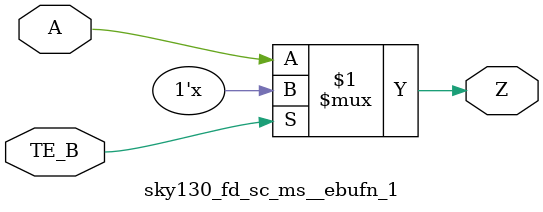
<source format=v>
/*
 * Copyright 2020 The SkyWater PDK Authors
 *
 * Licensed under the Apache License, Version 2.0 (the "License");
 * you may not use this file except in compliance with the License.
 * You may obtain a copy of the License at
 *
 *     https://www.apache.org/licenses/LICENSE-2.0
 *
 * Unless required by applicable law or agreed to in writing, software
 * distributed under the License is distributed on an "AS IS" BASIS,
 * WITHOUT WARRANTIES OR CONDITIONS OF ANY KIND, either express or implied.
 * See the License for the specific language governing permissions and
 * limitations under the License.
 *
 * SPDX-License-Identifier: Apache-2.0
*/


`ifndef SKY130_FD_SC_MS__EBUFN_1_FUNCTIONAL_V
`define SKY130_FD_SC_MS__EBUFN_1_FUNCTIONAL_V

/**
 * ebufn: Tri-state buffer, negative enable.
 *
 * Verilog simulation functional model.
 */

`timescale 1ns / 1ps
`default_nettype none

`celldefine
module sky130_fd_sc_ms__ebufn_1 (
    Z   ,
    A   ,
    TE_B
);

    // Module ports
    output Z   ;
    input  A   ;
    input  TE_B;

    //     Name     Output  Other arguments
    bufif0 bufif00 (Z     , A, TE_B        );

endmodule
`endcelldefine

`default_nettype wire
`endif  // SKY130_FD_SC_MS__EBUFN_1_FUNCTIONAL_V

</source>
